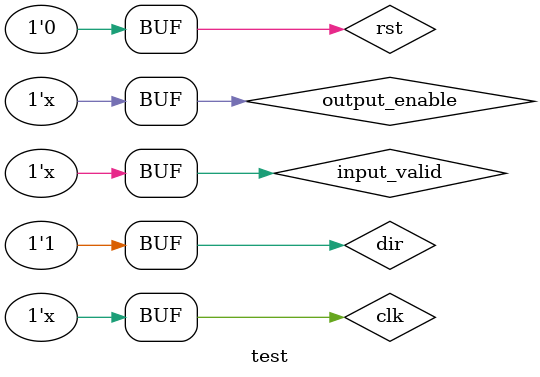
<source format=v>
`timescale 1ns / 1ps

`include "../../sources_1/new/fifo.v"

module test();
  reg clk, rst, dir;
  reg [3:0] narrow_buffer;
  wire [3:0] narrow;
  reg [7:0] wide_buffer;
  wire [7:0] wide;
  reg input_valid, output_enable;
  wire input_enable, output_valid;
  integer i;

  initial begin
    clk = 0;
    rst = 1;
    dir = 0;
    narrow_buffer = 0;
    wide_buffer = 0;
    i = 0;
    #1 rst = 0;
    #999 begin
      dir = 1;
      rst = 1;
      #1 rst = 0;
    end
  end
 
  always #10 begin
    input_valid = !input_valid;
    #1 output_enable = !output_enable;
  end

  always #1 clk = ~clk;

  always @(posedge clk) begin
    if (i <= 1000) begin
      narrow_buffer = narrow_buffer + 1;
    end else begin
      wide_buffer = wide_buffer + 1;
    end
    i = i + 1;
  end

  fifo fifo(clk, rst, dir, narrow, wide, input_valid, output_enable, input_enable, output_valid);

  assign narrow = narrow_buffer;
  assign wide = wide_buffer;
endmodule // test

</source>
